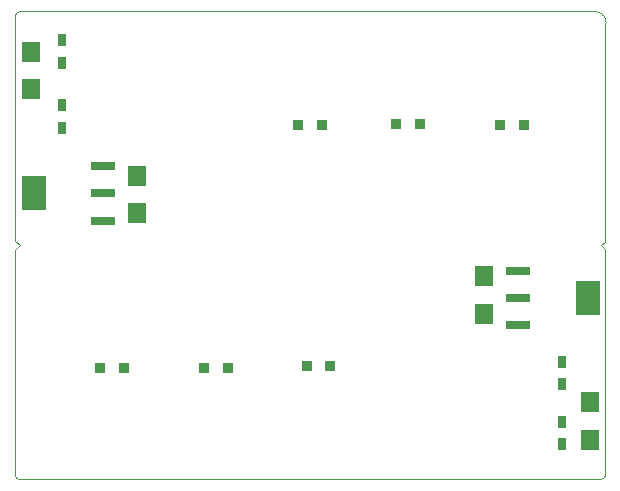
<source format=gtp>
G75*
G70*
%OFA0B0*%
%FSLAX24Y24*%
%IPPOS*%
%LPD*%
%AMOC8*
5,1,8,0,0,1.08239X$1,22.5*
%
%ADD10C,0.0000*%
%ADD11R,0.0786X0.0254*%
%ADD12R,0.0786X0.1160*%
%ADD13R,0.0274X0.0392*%
%ADD14R,0.0352X0.0352*%
%ADD15R,0.0589X0.0667*%
D10*
X002429Y003185D02*
X021676Y003185D01*
X021677Y003184D02*
X021706Y003181D01*
X021735Y003182D01*
X021764Y003186D01*
X021792Y003193D01*
X021820Y003204D01*
X021845Y003218D01*
X021869Y003235D01*
X021891Y003255D01*
X021910Y003278D01*
X021926Y003302D01*
X021939Y003328D01*
X021949Y003356D01*
X021956Y003385D01*
X021955Y003385D02*
X021953Y003385D01*
X021953Y010862D01*
X021795Y010980D01*
X021953Y011098D01*
X021955Y018380D01*
X021955Y018381D02*
X021957Y018416D01*
X021956Y018451D01*
X021951Y018486D01*
X021943Y018521D01*
X021931Y018554D01*
X021916Y018586D01*
X021899Y018617D01*
X021878Y018645D01*
X021854Y018672D01*
X021829Y018696D01*
X021800Y018717D01*
X021770Y018736D01*
X021739Y018751D01*
X021705Y018763D01*
X021671Y018772D01*
X021636Y018778D01*
X021637Y018777D02*
X002418Y018777D01*
X002397Y018776D01*
X002376Y018771D01*
X002356Y018764D01*
X002338Y018753D01*
X002321Y018740D01*
X002307Y018724D01*
X002295Y018707D01*
X002286Y018687D01*
X002280Y018667D01*
X002277Y018646D01*
X002268Y018568D01*
X002268Y011138D01*
X002425Y010980D01*
X002268Y010823D01*
X002268Y010626D01*
X002268Y003394D01*
X002266Y003370D01*
X002267Y003345D01*
X002272Y003321D01*
X002279Y003298D01*
X002290Y003276D01*
X002304Y003255D01*
X002320Y003237D01*
X002338Y003221D01*
X002359Y003207D01*
X002381Y003197D01*
X002404Y003189D01*
X002428Y003185D01*
D11*
X005220Y011807D03*
X005220Y012712D03*
X005220Y013618D03*
X019050Y010132D03*
X019050Y009227D03*
X019050Y008321D03*
D12*
X021372Y009227D03*
X002898Y012712D03*
D13*
X003843Y014897D03*
X003843Y015646D03*
X003843Y017063D03*
X003843Y017811D03*
X020500Y007102D03*
X020500Y006354D03*
X020500Y005094D03*
X020500Y004346D03*
D14*
X012783Y006943D03*
X011996Y006943D03*
X009358Y006889D03*
X008571Y006889D03*
X005894Y006886D03*
X005106Y006886D03*
X011717Y014996D03*
X012504Y014996D03*
X014984Y015035D03*
X015772Y015035D03*
X018449Y014996D03*
X019236Y014996D03*
D15*
X017902Y009958D03*
X017902Y008698D03*
X021446Y005756D03*
X021446Y004496D03*
X006341Y012043D03*
X006341Y013303D03*
X002819Y016177D03*
X002819Y017437D03*
M02*

</source>
